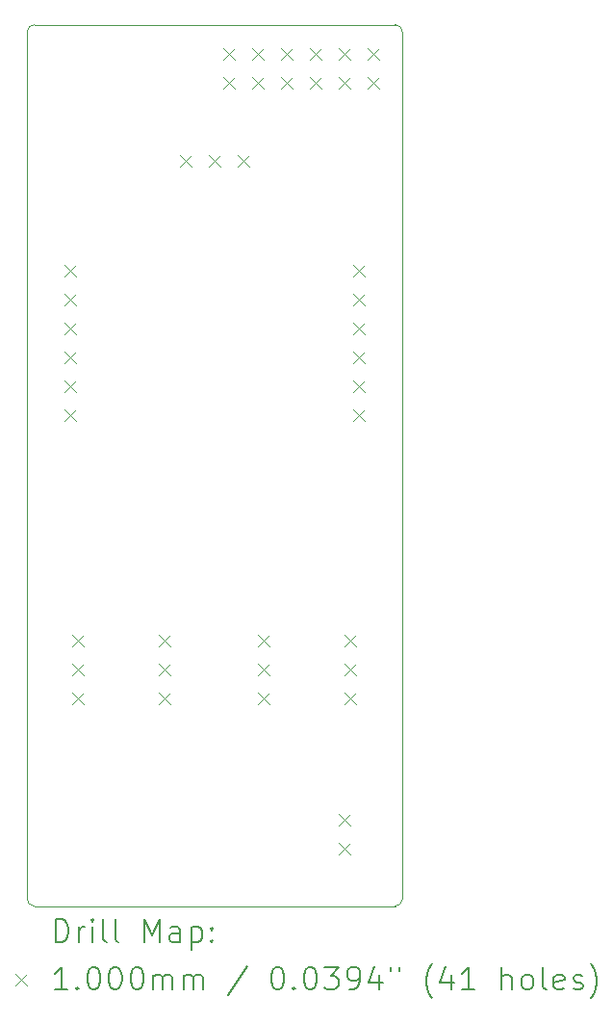
<source format=gbr>
%TF.GenerationSoftware,KiCad,Pcbnew,6.0.9-8da3e8f707~116~ubuntu20.04.1*%
%TF.CreationDate,2022-12-17T22:05:49+01:00*%
%TF.ProjectId,pcm_pmod,70636d5f-706d-46f6-942e-6b696361645f,rev?*%
%TF.SameCoordinates,Original*%
%TF.FileFunction,Drillmap*%
%TF.FilePolarity,Positive*%
%FSLAX45Y45*%
G04 Gerber Fmt 4.5, Leading zero omitted, Abs format (unit mm)*
G04 Created by KiCad (PCBNEW 6.0.9-8da3e8f707~116~ubuntu20.04.1) date 2022-12-17 22:05:49*
%MOMM*%
%LPD*%
G01*
G04 APERTURE LIST*
%ADD10C,0.100000*%
%ADD11C,0.200000*%
G04 APERTURE END LIST*
D10*
X9842500Y-6604000D02*
G75*
G03*
X9779000Y-6667500I0J-63500D01*
G01*
X9779000Y-14287500D02*
X9779000Y-6667500D01*
X13017500Y-14351000D02*
X9842500Y-14351000D01*
X13017500Y-14351000D02*
G75*
G03*
X13081000Y-14287500I0J63500D01*
G01*
X9779000Y-14287500D02*
G75*
G03*
X9842500Y-14351000I63500J0D01*
G01*
X9842500Y-6604000D02*
X13017500Y-6604000D01*
X13081000Y-6667500D02*
X13081000Y-14287500D01*
X13081000Y-6667500D02*
G75*
G03*
X13017500Y-6604000I-63500J0D01*
G01*
D11*
D10*
X10110000Y-8713000D02*
X10210000Y-8813000D01*
X10210000Y-8713000D02*
X10110000Y-8813000D01*
X10110000Y-8967000D02*
X10210000Y-9067000D01*
X10210000Y-8967000D02*
X10110000Y-9067000D01*
X10110000Y-9221000D02*
X10210000Y-9321000D01*
X10210000Y-9221000D02*
X10110000Y-9321000D01*
X10110000Y-9475000D02*
X10210000Y-9575000D01*
X10210000Y-9475000D02*
X10110000Y-9575000D01*
X10110000Y-9729000D02*
X10210000Y-9829000D01*
X10210000Y-9729000D02*
X10110000Y-9829000D01*
X10110000Y-9983000D02*
X10210000Y-10083000D01*
X10210000Y-9983000D02*
X10110000Y-10083000D01*
X10173500Y-11964200D02*
X10273500Y-12064200D01*
X10273500Y-11964200D02*
X10173500Y-12064200D01*
X10173500Y-12218200D02*
X10273500Y-12318200D01*
X10273500Y-12218200D02*
X10173500Y-12318200D01*
X10173500Y-12472200D02*
X10273500Y-12572200D01*
X10273500Y-12472200D02*
X10173500Y-12572200D01*
X10935500Y-11964200D02*
X11035500Y-12064200D01*
X11035500Y-11964200D02*
X10935500Y-12064200D01*
X10935500Y-12218200D02*
X11035500Y-12318200D01*
X11035500Y-12218200D02*
X10935500Y-12318200D01*
X10935500Y-12472200D02*
X11035500Y-12572200D01*
X11035500Y-12472200D02*
X10935500Y-12572200D01*
X11126000Y-7747800D02*
X11226000Y-7847800D01*
X11226000Y-7747800D02*
X11126000Y-7847800D01*
X11380000Y-7747800D02*
X11480000Y-7847800D01*
X11480000Y-7747800D02*
X11380000Y-7847800D01*
X11507000Y-6808000D02*
X11607000Y-6908000D01*
X11607000Y-6808000D02*
X11507000Y-6908000D01*
X11507000Y-7062000D02*
X11607000Y-7162000D01*
X11607000Y-7062000D02*
X11507000Y-7162000D01*
X11634000Y-7747800D02*
X11734000Y-7847800D01*
X11734000Y-7747800D02*
X11634000Y-7847800D01*
X11761000Y-6808000D02*
X11861000Y-6908000D01*
X11861000Y-6808000D02*
X11761000Y-6908000D01*
X11761000Y-7062000D02*
X11861000Y-7162000D01*
X11861000Y-7062000D02*
X11761000Y-7162000D01*
X11809500Y-11964200D02*
X11909500Y-12064200D01*
X11909500Y-11964200D02*
X11809500Y-12064200D01*
X11809500Y-12218200D02*
X11909500Y-12318200D01*
X11909500Y-12218200D02*
X11809500Y-12318200D01*
X11809500Y-12472200D02*
X11909500Y-12572200D01*
X11909500Y-12472200D02*
X11809500Y-12572200D01*
X12015000Y-6808000D02*
X12115000Y-6908000D01*
X12115000Y-6808000D02*
X12015000Y-6908000D01*
X12015000Y-7062000D02*
X12115000Y-7162000D01*
X12115000Y-7062000D02*
X12015000Y-7162000D01*
X12269000Y-6808000D02*
X12369000Y-6908000D01*
X12369000Y-6808000D02*
X12269000Y-6908000D01*
X12269000Y-7062000D02*
X12369000Y-7162000D01*
X12369000Y-7062000D02*
X12269000Y-7162000D01*
X12523000Y-6808000D02*
X12623000Y-6908000D01*
X12623000Y-6808000D02*
X12523000Y-6908000D01*
X12523000Y-7062000D02*
X12623000Y-7162000D01*
X12623000Y-7062000D02*
X12523000Y-7162000D01*
X12523000Y-13539000D02*
X12623000Y-13639000D01*
X12623000Y-13539000D02*
X12523000Y-13639000D01*
X12523000Y-13793000D02*
X12623000Y-13893000D01*
X12623000Y-13793000D02*
X12523000Y-13893000D01*
X12571500Y-11964200D02*
X12671500Y-12064200D01*
X12671500Y-11964200D02*
X12571500Y-12064200D01*
X12571500Y-12218200D02*
X12671500Y-12318200D01*
X12671500Y-12218200D02*
X12571500Y-12318200D01*
X12571500Y-12472200D02*
X12671500Y-12572200D01*
X12671500Y-12472200D02*
X12571500Y-12572200D01*
X12650000Y-8713000D02*
X12750000Y-8813000D01*
X12750000Y-8713000D02*
X12650000Y-8813000D01*
X12650000Y-8967000D02*
X12750000Y-9067000D01*
X12750000Y-8967000D02*
X12650000Y-9067000D01*
X12650000Y-9221000D02*
X12750000Y-9321000D01*
X12750000Y-9221000D02*
X12650000Y-9321000D01*
X12650000Y-9475000D02*
X12750000Y-9575000D01*
X12750000Y-9475000D02*
X12650000Y-9575000D01*
X12650000Y-9729000D02*
X12750000Y-9829000D01*
X12750000Y-9729000D02*
X12650000Y-9829000D01*
X12650000Y-9983000D02*
X12750000Y-10083000D01*
X12750000Y-9983000D02*
X12650000Y-10083000D01*
X12777000Y-6808000D02*
X12877000Y-6908000D01*
X12877000Y-6808000D02*
X12777000Y-6908000D01*
X12777000Y-7062000D02*
X12877000Y-7162000D01*
X12877000Y-7062000D02*
X12777000Y-7162000D01*
D11*
X10031619Y-14666476D02*
X10031619Y-14466476D01*
X10079238Y-14466476D01*
X10107810Y-14476000D01*
X10126857Y-14495048D01*
X10136381Y-14514095D01*
X10145905Y-14552190D01*
X10145905Y-14580762D01*
X10136381Y-14618857D01*
X10126857Y-14637905D01*
X10107810Y-14656952D01*
X10079238Y-14666476D01*
X10031619Y-14666476D01*
X10231619Y-14666476D02*
X10231619Y-14533143D01*
X10231619Y-14571238D02*
X10241143Y-14552190D01*
X10250667Y-14542667D01*
X10269714Y-14533143D01*
X10288762Y-14533143D01*
X10355429Y-14666476D02*
X10355429Y-14533143D01*
X10355429Y-14466476D02*
X10345905Y-14476000D01*
X10355429Y-14485524D01*
X10364952Y-14476000D01*
X10355429Y-14466476D01*
X10355429Y-14485524D01*
X10479238Y-14666476D02*
X10460190Y-14656952D01*
X10450667Y-14637905D01*
X10450667Y-14466476D01*
X10584000Y-14666476D02*
X10564952Y-14656952D01*
X10555429Y-14637905D01*
X10555429Y-14466476D01*
X10812571Y-14666476D02*
X10812571Y-14466476D01*
X10879238Y-14609333D01*
X10945905Y-14466476D01*
X10945905Y-14666476D01*
X11126857Y-14666476D02*
X11126857Y-14561714D01*
X11117333Y-14542667D01*
X11098286Y-14533143D01*
X11060190Y-14533143D01*
X11041143Y-14542667D01*
X11126857Y-14656952D02*
X11107810Y-14666476D01*
X11060190Y-14666476D01*
X11041143Y-14656952D01*
X11031619Y-14637905D01*
X11031619Y-14618857D01*
X11041143Y-14599809D01*
X11060190Y-14590286D01*
X11107810Y-14590286D01*
X11126857Y-14580762D01*
X11222095Y-14533143D02*
X11222095Y-14733143D01*
X11222095Y-14542667D02*
X11241143Y-14533143D01*
X11279238Y-14533143D01*
X11298286Y-14542667D01*
X11307809Y-14552190D01*
X11317333Y-14571238D01*
X11317333Y-14628381D01*
X11307809Y-14647428D01*
X11298286Y-14656952D01*
X11279238Y-14666476D01*
X11241143Y-14666476D01*
X11222095Y-14656952D01*
X11403048Y-14647428D02*
X11412571Y-14656952D01*
X11403048Y-14666476D01*
X11393524Y-14656952D01*
X11403048Y-14647428D01*
X11403048Y-14666476D01*
X11403048Y-14542667D02*
X11412571Y-14552190D01*
X11403048Y-14561714D01*
X11393524Y-14552190D01*
X11403048Y-14542667D01*
X11403048Y-14561714D01*
D10*
X9674000Y-14946000D02*
X9774000Y-15046000D01*
X9774000Y-14946000D02*
X9674000Y-15046000D01*
D11*
X10136381Y-15086476D02*
X10022095Y-15086476D01*
X10079238Y-15086476D02*
X10079238Y-14886476D01*
X10060190Y-14915048D01*
X10041143Y-14934095D01*
X10022095Y-14943619D01*
X10222095Y-15067428D02*
X10231619Y-15076952D01*
X10222095Y-15086476D01*
X10212571Y-15076952D01*
X10222095Y-15067428D01*
X10222095Y-15086476D01*
X10355429Y-14886476D02*
X10374476Y-14886476D01*
X10393524Y-14896000D01*
X10403048Y-14905524D01*
X10412571Y-14924571D01*
X10422095Y-14962667D01*
X10422095Y-15010286D01*
X10412571Y-15048381D01*
X10403048Y-15067428D01*
X10393524Y-15076952D01*
X10374476Y-15086476D01*
X10355429Y-15086476D01*
X10336381Y-15076952D01*
X10326857Y-15067428D01*
X10317333Y-15048381D01*
X10307810Y-15010286D01*
X10307810Y-14962667D01*
X10317333Y-14924571D01*
X10326857Y-14905524D01*
X10336381Y-14896000D01*
X10355429Y-14886476D01*
X10545905Y-14886476D02*
X10564952Y-14886476D01*
X10584000Y-14896000D01*
X10593524Y-14905524D01*
X10603048Y-14924571D01*
X10612571Y-14962667D01*
X10612571Y-15010286D01*
X10603048Y-15048381D01*
X10593524Y-15067428D01*
X10584000Y-15076952D01*
X10564952Y-15086476D01*
X10545905Y-15086476D01*
X10526857Y-15076952D01*
X10517333Y-15067428D01*
X10507810Y-15048381D01*
X10498286Y-15010286D01*
X10498286Y-14962667D01*
X10507810Y-14924571D01*
X10517333Y-14905524D01*
X10526857Y-14896000D01*
X10545905Y-14886476D01*
X10736381Y-14886476D02*
X10755429Y-14886476D01*
X10774476Y-14896000D01*
X10784000Y-14905524D01*
X10793524Y-14924571D01*
X10803048Y-14962667D01*
X10803048Y-15010286D01*
X10793524Y-15048381D01*
X10784000Y-15067428D01*
X10774476Y-15076952D01*
X10755429Y-15086476D01*
X10736381Y-15086476D01*
X10717333Y-15076952D01*
X10707810Y-15067428D01*
X10698286Y-15048381D01*
X10688762Y-15010286D01*
X10688762Y-14962667D01*
X10698286Y-14924571D01*
X10707810Y-14905524D01*
X10717333Y-14896000D01*
X10736381Y-14886476D01*
X10888762Y-15086476D02*
X10888762Y-14953143D01*
X10888762Y-14972190D02*
X10898286Y-14962667D01*
X10917333Y-14953143D01*
X10945905Y-14953143D01*
X10964952Y-14962667D01*
X10974476Y-14981714D01*
X10974476Y-15086476D01*
X10974476Y-14981714D02*
X10984000Y-14962667D01*
X11003048Y-14953143D01*
X11031619Y-14953143D01*
X11050667Y-14962667D01*
X11060190Y-14981714D01*
X11060190Y-15086476D01*
X11155429Y-15086476D02*
X11155429Y-14953143D01*
X11155429Y-14972190D02*
X11164952Y-14962667D01*
X11184000Y-14953143D01*
X11212571Y-14953143D01*
X11231619Y-14962667D01*
X11241143Y-14981714D01*
X11241143Y-15086476D01*
X11241143Y-14981714D02*
X11250667Y-14962667D01*
X11269714Y-14953143D01*
X11298286Y-14953143D01*
X11317333Y-14962667D01*
X11326857Y-14981714D01*
X11326857Y-15086476D01*
X11717333Y-14876952D02*
X11545905Y-15134095D01*
X11974476Y-14886476D02*
X11993524Y-14886476D01*
X12012571Y-14896000D01*
X12022095Y-14905524D01*
X12031619Y-14924571D01*
X12041143Y-14962667D01*
X12041143Y-15010286D01*
X12031619Y-15048381D01*
X12022095Y-15067428D01*
X12012571Y-15076952D01*
X11993524Y-15086476D01*
X11974476Y-15086476D01*
X11955428Y-15076952D01*
X11945905Y-15067428D01*
X11936381Y-15048381D01*
X11926857Y-15010286D01*
X11926857Y-14962667D01*
X11936381Y-14924571D01*
X11945905Y-14905524D01*
X11955428Y-14896000D01*
X11974476Y-14886476D01*
X12126857Y-15067428D02*
X12136381Y-15076952D01*
X12126857Y-15086476D01*
X12117333Y-15076952D01*
X12126857Y-15067428D01*
X12126857Y-15086476D01*
X12260190Y-14886476D02*
X12279238Y-14886476D01*
X12298286Y-14896000D01*
X12307809Y-14905524D01*
X12317333Y-14924571D01*
X12326857Y-14962667D01*
X12326857Y-15010286D01*
X12317333Y-15048381D01*
X12307809Y-15067428D01*
X12298286Y-15076952D01*
X12279238Y-15086476D01*
X12260190Y-15086476D01*
X12241143Y-15076952D01*
X12231619Y-15067428D01*
X12222095Y-15048381D01*
X12212571Y-15010286D01*
X12212571Y-14962667D01*
X12222095Y-14924571D01*
X12231619Y-14905524D01*
X12241143Y-14896000D01*
X12260190Y-14886476D01*
X12393524Y-14886476D02*
X12517333Y-14886476D01*
X12450667Y-14962667D01*
X12479238Y-14962667D01*
X12498286Y-14972190D01*
X12507809Y-14981714D01*
X12517333Y-15000762D01*
X12517333Y-15048381D01*
X12507809Y-15067428D01*
X12498286Y-15076952D01*
X12479238Y-15086476D01*
X12422095Y-15086476D01*
X12403048Y-15076952D01*
X12393524Y-15067428D01*
X12612571Y-15086476D02*
X12650667Y-15086476D01*
X12669714Y-15076952D01*
X12679238Y-15067428D01*
X12698286Y-15038857D01*
X12707809Y-15000762D01*
X12707809Y-14924571D01*
X12698286Y-14905524D01*
X12688762Y-14896000D01*
X12669714Y-14886476D01*
X12631619Y-14886476D01*
X12612571Y-14896000D01*
X12603048Y-14905524D01*
X12593524Y-14924571D01*
X12593524Y-14972190D01*
X12603048Y-14991238D01*
X12612571Y-15000762D01*
X12631619Y-15010286D01*
X12669714Y-15010286D01*
X12688762Y-15000762D01*
X12698286Y-14991238D01*
X12707809Y-14972190D01*
X12879238Y-14953143D02*
X12879238Y-15086476D01*
X12831619Y-14876952D02*
X12784000Y-15019809D01*
X12907809Y-15019809D01*
X12974476Y-14886476D02*
X12974476Y-14924571D01*
X13050667Y-14886476D02*
X13050667Y-14924571D01*
X13345905Y-15162667D02*
X13336381Y-15153143D01*
X13317333Y-15124571D01*
X13307809Y-15105524D01*
X13298286Y-15076952D01*
X13288762Y-15029333D01*
X13288762Y-14991238D01*
X13298286Y-14943619D01*
X13307809Y-14915048D01*
X13317333Y-14896000D01*
X13336381Y-14867428D01*
X13345905Y-14857905D01*
X13507809Y-14953143D02*
X13507809Y-15086476D01*
X13460190Y-14876952D02*
X13412571Y-15019809D01*
X13536381Y-15019809D01*
X13717333Y-15086476D02*
X13603048Y-15086476D01*
X13660190Y-15086476D02*
X13660190Y-14886476D01*
X13641143Y-14915048D01*
X13622095Y-14934095D01*
X13603048Y-14943619D01*
X13955428Y-15086476D02*
X13955428Y-14886476D01*
X14041143Y-15086476D02*
X14041143Y-14981714D01*
X14031619Y-14962667D01*
X14012571Y-14953143D01*
X13984000Y-14953143D01*
X13964952Y-14962667D01*
X13955428Y-14972190D01*
X14164952Y-15086476D02*
X14145905Y-15076952D01*
X14136381Y-15067428D01*
X14126857Y-15048381D01*
X14126857Y-14991238D01*
X14136381Y-14972190D01*
X14145905Y-14962667D01*
X14164952Y-14953143D01*
X14193524Y-14953143D01*
X14212571Y-14962667D01*
X14222095Y-14972190D01*
X14231619Y-14991238D01*
X14231619Y-15048381D01*
X14222095Y-15067428D01*
X14212571Y-15076952D01*
X14193524Y-15086476D01*
X14164952Y-15086476D01*
X14345905Y-15086476D02*
X14326857Y-15076952D01*
X14317333Y-15057905D01*
X14317333Y-14886476D01*
X14498286Y-15076952D02*
X14479238Y-15086476D01*
X14441143Y-15086476D01*
X14422095Y-15076952D01*
X14412571Y-15057905D01*
X14412571Y-14981714D01*
X14422095Y-14962667D01*
X14441143Y-14953143D01*
X14479238Y-14953143D01*
X14498286Y-14962667D01*
X14507809Y-14981714D01*
X14507809Y-15000762D01*
X14412571Y-15019809D01*
X14584000Y-15076952D02*
X14603048Y-15086476D01*
X14641143Y-15086476D01*
X14660190Y-15076952D01*
X14669714Y-15057905D01*
X14669714Y-15048381D01*
X14660190Y-15029333D01*
X14641143Y-15019809D01*
X14612571Y-15019809D01*
X14593524Y-15010286D01*
X14584000Y-14991238D01*
X14584000Y-14981714D01*
X14593524Y-14962667D01*
X14612571Y-14953143D01*
X14641143Y-14953143D01*
X14660190Y-14962667D01*
X14736381Y-15162667D02*
X14745905Y-15153143D01*
X14764952Y-15124571D01*
X14774476Y-15105524D01*
X14784000Y-15076952D01*
X14793524Y-15029333D01*
X14793524Y-14991238D01*
X14784000Y-14943619D01*
X14774476Y-14915048D01*
X14764952Y-14896000D01*
X14745905Y-14867428D01*
X14736381Y-14857905D01*
M02*

</source>
